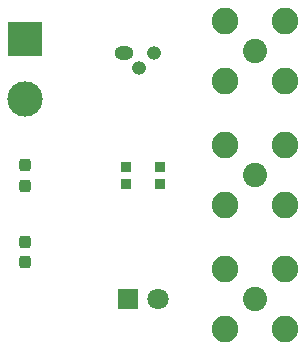
<source format=gbr>
%TF.GenerationSoftware,KiCad,Pcbnew,8.0.2*%
%TF.CreationDate,2025-01-11T01:25:54-03:00*%
%TF.ProjectId,PD,50442e6b-6963-4616-945f-706362585858,rev?*%
%TF.SameCoordinates,Original*%
%TF.FileFunction,Soldermask,Top*%
%TF.FilePolarity,Negative*%
%FSLAX46Y46*%
G04 Gerber Fmt 4.6, Leading zero omitted, Abs format (unit mm)*
G04 Created by KiCad (PCBNEW 8.0.2) date 2025-01-11 01:25:54*
%MOMM*%
%LPD*%
G01*
G04 APERTURE LIST*
G04 Aperture macros list*
%AMRoundRect*
0 Rectangle with rounded corners*
0 $1 Rounding radius*
0 $2 $3 $4 $5 $6 $7 $8 $9 X,Y pos of 4 corners*
0 Add a 4 corners polygon primitive as box body*
4,1,4,$2,$3,$4,$5,$6,$7,$8,$9,$2,$3,0*
0 Add four circle primitives for the rounded corners*
1,1,$1+$1,$2,$3*
1,1,$1+$1,$4,$5*
1,1,$1+$1,$6,$7*
1,1,$1+$1,$8,$9*
0 Add four rect primitives between the rounded corners*
20,1,$1+$1,$2,$3,$4,$5,0*
20,1,$1+$1,$4,$5,$6,$7,0*
20,1,$1+$1,$6,$7,$8,$9,0*
20,1,$1+$1,$8,$9,$2,$3,0*%
G04 Aperture macros list end*
%ADD10O,1.600000X1.200000*%
%ADD11O,1.200000X1.200000*%
%ADD12R,1.800000X1.800000*%
%ADD13C,1.800000*%
%ADD14RoundRect,0.237500X-0.237500X0.287500X-0.237500X-0.287500X0.237500X-0.287500X0.237500X0.287500X0*%
%ADD15R,0.914400X0.838200*%
%ADD16RoundRect,0.237500X-0.237500X0.300000X-0.237500X-0.300000X0.237500X-0.300000X0.237500X0.300000X0*%
%ADD17R,3.000000X3.000000*%
%ADD18C,3.000000*%
%ADD19C,2.050000*%
%ADD20C,2.250000*%
G04 APERTURE END LIST*
D10*
%TO.C,D1*%
X114414724Y-67184724D03*
D11*
X115684724Y-68454724D03*
X116954724Y-67184724D03*
%TD*%
D12*
%TO.C,D3*%
X114725000Y-88000000D03*
D13*
X117265000Y-88000000D03*
%TD*%
D14*
%TO.C,L1*%
X106000000Y-76625000D03*
X106000000Y-78375000D03*
%TD*%
D15*
%TO.C,D2*%
X117447800Y-78198500D03*
X117447800Y-76801500D03*
X114552200Y-76801500D03*
X114552200Y-78198500D03*
%TD*%
D16*
%TO.C,C1*%
X106000000Y-83137500D03*
X106000000Y-84862500D03*
%TD*%
D17*
%TO.C,J5*%
X106000000Y-66000000D03*
D18*
X106000000Y-71080000D03*
%TD*%
D19*
%TO.C,J4*%
X125500000Y-88000000D03*
D20*
X128040000Y-90540000D03*
X128040000Y-85460000D03*
X122960000Y-90540000D03*
X122960000Y-85460000D03*
%TD*%
D19*
%TO.C,J2*%
X125500000Y-67000000D03*
D20*
X128040000Y-69540000D03*
X128040000Y-64460000D03*
X122960000Y-69540000D03*
X122960000Y-64460000D03*
%TD*%
D19*
%TO.C,J3*%
X125500000Y-77500000D03*
D20*
X128040000Y-80040000D03*
X128040000Y-74960000D03*
X122960000Y-80040000D03*
X122960000Y-74960000D03*
%TD*%
M02*

</source>
